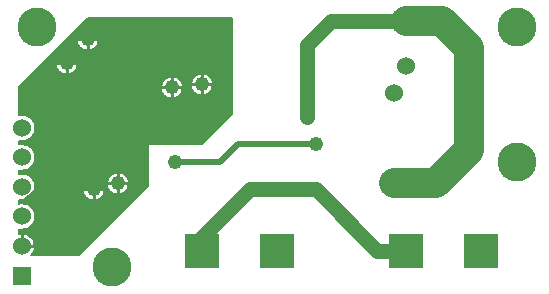
<source format=gbr>
%FSLAX23Y23*%
%MOIN*%
G04 EasyPC Gerber Version 16.0.6 Build 3249 *
%ADD80R,0.06000X0.06000*%
%ADD119R,0.11811X0.11811*%
%ADD10C,0.00500*%
%ADD23C,0.01000*%
%ADD88C,0.02000*%
%ADD120C,0.04800*%
%ADD121C,0.05000*%
%ADD79C,0.06000*%
%ADD112C,0.06000*%
%ADD110C,0.10000*%
%ADD124C,0.13000*%
X0Y0D02*
D02*
D10*
X43Y327D02*
G75*
G02X82Y255I11J-41D01*
G01*
X243*
X473Y485*
Y625*
X653*
X753Y725*
Y1045*
X273*
X43Y815*
Y723*
G75*
G02X53Y724I11J-43*
G01*
G75*
G02Y635J-44*
G01*
G75*
G02X43Y637I0J44*
G01*
Y625*
G75*
G02X53Y626I11J-43*
G01*
G75*
G02Y537J-44*
G01*
G75*
G02X43Y538I0J44*
G01*
Y526*
G75*
G02X53Y528I11J-43*
G01*
G75*
G02Y439J-44*
G01*
G75*
G02X43Y440I0J44*
G01*
Y428*
G75*
G02X53Y429I11J-43*
G01*
G75*
G02Y340J-44*
G01*
G75*
G02X43Y341I0J44*
G01*
Y327*
X166Y895D02*
G75*
G02X239I37D01*
G01*
G75*
G02X166I-37*
G01*
X236Y975D02*
G75*
G02X309I37D01*
G01*
G75*
G02X236I-37*
G01*
X256Y475D02*
G75*
G02X329I37D01*
G01*
G75*
G02X256I-37*
G01*
X336Y495D02*
G75*
G02X409I37D01*
G01*
G75*
G02X336I-37*
G01*
X516Y815D02*
G75*
G02X589I37D01*
G01*
G75*
G02X516I-37*
G01*
X616Y825D02*
G75*
G02X689I37D01*
G01*
G75*
G02X616I-37*
G01*
X123Y895D02*
G36*
X43Y815D01*
X516*
G75*
G02X589I37*
G01*
X617*
G75*
G02X616Y825I35J10*
G01*
G75*
G02X689I37*
G01*
G75*
G02X688Y815I-37J0*
G01*
X753*
Y895*
X239*
G75*
G02X166I-37*
G01*
X123*
G37*
X166D02*
G36*
G75*
G02X239I37D01*
G01*
X753*
Y975*
X309*
G75*
G02X236I-37*
G01*
X203*
X123Y895*
X166*
G37*
X236Y975D02*
G36*
G75*
G02X309I37D01*
G01*
X753*
Y1045*
X273*
X203Y975*
X236*
G37*
X97Y475D02*
G36*
G75*
G02X53Y439I-44J8D01*
G01*
G75*
G02X43Y440I0J44*
G01*
Y428*
G75*
G02X53Y429I11J-43*
G01*
G75*
G02Y340J-44*
G01*
G75*
G02X43Y341I0J44*
G01*
Y327*
G75*
G02X82Y255I11J-41*
G01*
X243*
X463Y475*
X403*
G75*
G02X342I-31J20*
G01*
X329*
G75*
G02X256I-37*
G01*
X97*
G37*
X256D02*
G36*
G75*
G02X329I37D01*
G01*
X342*
G75*
G02X336Y495I31J20*
G01*
G75*
G02X409I37*
G01*
G75*
G02X403Y475I-37*
G01*
X463*
X473Y485*
Y625*
X653*
X753Y725*
Y815*
X688*
G75*
G02X617I-35J10*
G01*
X589*
G75*
G02X516I-37*
G01*
X43*
Y723*
G75*
G02X53Y724I11J-43*
G01*
G75*
G02Y635J-44*
G01*
G75*
G02X43Y637I0J44*
G01*
Y625*
G75*
G02X53Y626I11J-43*
G01*
G75*
G02Y537J-44*
G01*
G75*
G02X43Y538I0J44*
G01*
Y526*
G75*
G02X53Y528I11J-43*
G01*
G75*
G02X97Y475J-44*
G01*
X256*
G37*
D02*
D23*
X53Y311D02*
Y331D01*
X78Y286D02*
X98D01*
X184Y895D02*
X164D01*
X203Y876D02*
Y856D01*
Y914D02*
Y934D01*
X222Y895D02*
X242D01*
X254Y975D02*
X234D01*
X273Y956D02*
Y936D01*
Y994D02*
Y1014D01*
X274Y475D02*
X254D01*
X292Y975D02*
X312D01*
X293Y456D02*
Y436D01*
Y494D02*
Y514D01*
X312Y475D02*
X332D01*
X353Y495D02*
X334D01*
X373Y476D02*
Y456D01*
Y514D02*
Y534D01*
X392Y495D02*
X412D01*
X534Y815D02*
X514D01*
X553Y796D02*
Y776D01*
Y834D02*
Y854D01*
X572Y815D02*
X592D01*
X634Y825D02*
X614D01*
X653Y806D02*
Y786D01*
Y844D02*
Y864D01*
X672Y825D02*
X692D01*
D02*
D79*
X53Y286D03*
Y385D03*
Y483D03*
Y582D03*
Y680D03*
D02*
D80*
Y188D03*
D02*
D88*
X1033Y625D02*
X773D01*
X713Y565*
X563*
D02*
D110*
X1333Y1035D02*
X1453D01*
X1543Y945*
Y605*
X1433Y495*
X1293*
D02*
D112*
D03*
Y795D03*
X1333Y885D03*
Y1035D03*
D02*
D119*
X652Y271D03*
X902D03*
X1332D03*
X1582D03*
D02*
D120*
X203Y895D03*
X273Y975D03*
X293Y475D03*
X373Y495D03*
X553Y815D03*
X563Y565D03*
X653Y825D03*
X1002Y715D03*
Y785D03*
Y855D03*
X1033Y625D03*
D02*
D121*
X1002Y715D02*
Y955D01*
X1083Y1035*
X1333*
X1332Y271D02*
X1236D01*
X1033Y475*
X813*
X653Y315*
Y272*
X652Y271*
D02*
D124*
X103Y1015D03*
X353Y215D03*
X1703Y565D03*
Y1015D03*
X0Y0D02*
M02*

</source>
